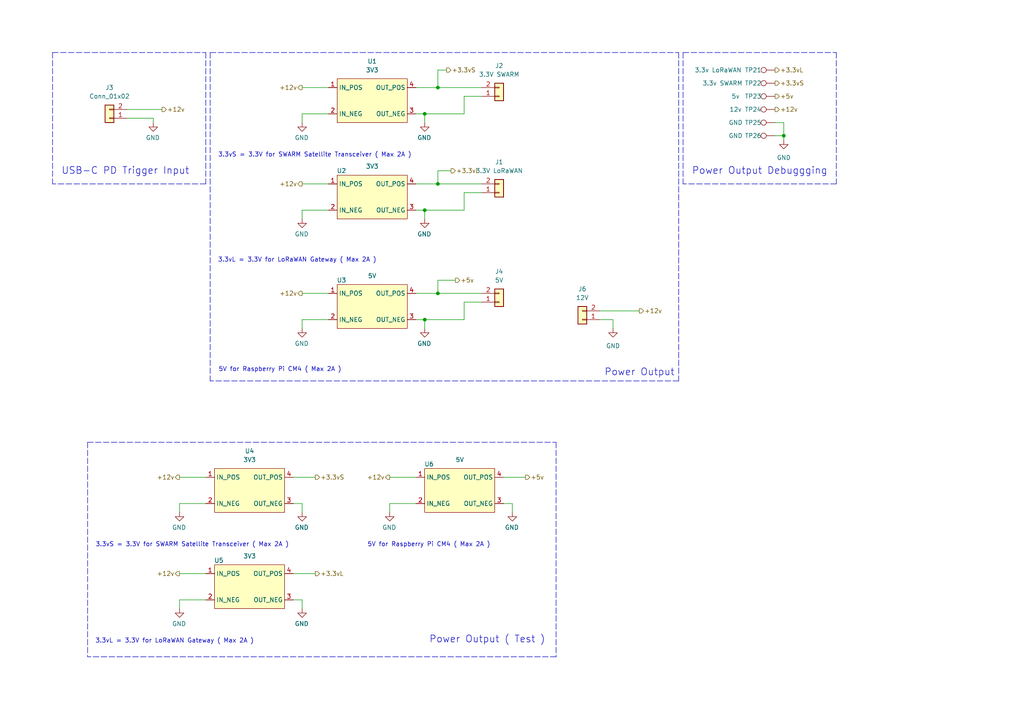
<source format=kicad_sch>
(kicad_sch (version 20211123) (generator eeschema)
  (paper "A4")
  (lib_symbols
    (symbol "Connector:TestPoint" (pin_numbers hide) (pin_names (offset 0.762) hide)
      (property "Reference" "TP" (at 0 6.858 0))
      (property "Value" "TestPoint" (at 0 5.08 0))
      (symbol "TestPoint_0_1"
        (circle (center 0 3.302) (radius 0.762))
      )
      (symbol "TestPoint_1_1"
        (pin passive line (at 0 0 90) (length 2.54) (name "1") (number "1"))
      )
    )
    (symbol "Connector_Generic:Conn_01x02" (pin_names (offset 1.016) hide)
      (property "Reference" "J" (at 0 2.54 0))
      (property "Value" "Conn_01x02" (at 0 -5.08 0))
      (symbol "Conn_01x02_1_1"
        (rectangle (start -1.27 -2.413) (end 0 -2.667) (stroke (width 0.1524)))
        (rectangle (start -1.27 0.127) (end 0 -0.127) (stroke (width 0.1524)))
        (rectangle (start -1.27 1.27) (end 1.27 -3.81) (stroke (width 0.254)) (fill (type background)))
        (pin passive line (at -5.08 0 0) (length 3.81) (name "Pin_1") (number "1"))
        (pin passive line (at -5.08 -2.54 0) (length 3.81) (name "Pin_2") (number "2"))
      )
    )
    (symbol "Teapot:BasicPowerModule"
      (property "Reference" "U" (at -8.255 6.985 0))
      (property "Value" "BasicPowerModule" (at 0 -10.16 0))
      (symbol "BasicPowerModule_0_1"
        (rectangle (start -10.16 5.08) (end 10.16 -7.62) (fill (type background)))
      )
      (symbol "BasicPowerModule_1_1"
        (pin power_in line (at -12.7 2.54 0) (length 2.54) (name "IN_POS") (number "1"))
        (pin power_in line (at -12.7 -5.08 0) (length 2.54) (name "IN_NEG") (number "2"))
        (pin power_out line (at 12.7 -5.08 180) (length 2.54) (name "OUT_NEG") (number "3"))
        (pin power_out line (at 12.7 2.54 180) (length 2.54) (name "OUT_POS") (number "4"))
      )
    )
    (symbol "power:GND" (power) (pin_names (offset 0))
      (property "Value" "GND" (at 0 -3.81 0))
      (symbol "GND_0_1"
        (polyline (pts (xy 0 0) (xy 0 -1.27) (xy 1.27 -1.27) (xy 0 -2.54) (xy -1.27 -1.27) (xy 0 -1.27)))
      )
      (symbol "GND_1_1"
        (pin power_in line (at 0 0 270) (length 0) hide (name "GND") (number "1"))
      )
    )
  )
  (junction (at 123.19 92.71))
  (junction (at 227.33 39.37))
  (junction (at 127 85.09))
  (junction (at 127 25.4))
  (junction (at 127 53.34))
  (junction (at 123.19 33.02))
  (junction (at 123.19 60.96))
  (wire (pts (xy 127 20.32) (xy 127 25.4)))
  (wire (pts (xy 95.25 33.02) (xy 87.63 33.02)))
  (wire (pts (xy 120.65 92.71) (xy 123.19 92.71)))
  (wire (pts (xy 36.83 31.75) (xy 46.99 31.75)))
  (wire (pts (xy 87.63 85.09) (xy 95.25 85.09)))
  (wire (pts (xy 146.05 146.05) (xy 148.59 146.05)))
  (polyline (pts (xy 161.29 190.5) (xy 161.29 190.5)))
  (wire (pts (xy 123.19 33.02) (xy 134.62 33.02)))
  (polyline (pts (xy 60.96 15.24) (xy 60.96 110.49)))
  (wire (pts (xy 44.45 34.29) (xy 36.83 34.29)))
  (wire (pts (xy 87.63 92.71) (xy 87.63 95.25)))
  (wire (pts (xy 127 85.09) (xy 139.7 85.09)))
  (wire (pts (xy 120.65 85.09) (xy 127 85.09)))
  (polyline (pts (xy 59.69 53.34) (xy 15.24 53.34)))
  (wire (pts (xy 134.62 33.02) (xy 134.62 27.94)))
  (wire (pts (xy 85.09 146.05) (xy 87.63 146.05)))
  (wire (pts (xy 134.62 60.96) (xy 134.62 55.88)))
  (wire (pts (xy 85.09 138.43) (xy 91.44 138.43)))
  (wire (pts (xy 120.65 33.02) (xy 123.19 33.02)))
  (polyline (pts (xy 59.69 15.24) (xy 59.69 53.34)))
  (polyline (pts (xy 60.96 15.24) (xy 196.85 15.24)))
  (wire (pts (xy 127 25.4) (xy 139.7 25.4)))
  (wire (pts (xy 120.65 60.96) (xy 123.19 60.96)))
  (wire (pts (xy 87.63 146.05) (xy 87.63 148.59)))
  (polyline (pts (xy 15.24 15.24) (xy 15.24 53.34)))
  (wire (pts (xy 227.33 39.37) (xy 227.33 40.64)))
  (wire (pts (xy 123.19 33.02) (xy 123.19 35.56)))
  (wire (pts (xy 127 49.53) (xy 127 53.34)))
  (polyline (pts (xy 15.24 15.24) (xy 59.69 15.24)))
  (wire (pts (xy 173.99 92.71) (xy 177.8 92.71)))
  (wire (pts (xy 123.19 92.71) (xy 134.62 92.71)))
  (wire (pts (xy 227.33 35.56) (xy 227.33 39.37)))
  (wire (pts (xy 120.65 146.05) (xy 113.03 146.05)))
  (wire (pts (xy 173.99 90.17) (xy 185.42 90.17)))
  (wire (pts (xy 134.62 87.63) (xy 139.7 87.63)))
  (polyline (pts (xy 242.57 15.24) (xy 242.57 53.34)))
  (polyline (pts (xy 198.12 15.24) (xy 198.12 53.34)))
  (wire (pts (xy 59.69 173.99) (xy 52.07 173.99)))
  (wire (pts (xy 87.63 25.4) (xy 95.25 25.4)))
  (wire (pts (xy 224.79 35.56) (xy 227.33 35.56)))
  (wire (pts (xy 52.07 166.37) (xy 59.69 166.37)))
  (wire (pts (xy 120.65 25.4) (xy 127 25.4)))
  (polyline (pts (xy 25.4 128.27) (xy 161.29 128.27)))
  (polyline (pts (xy 198.12 15.24) (xy 242.57 15.24)))
  (polyline (pts (xy 196.85 110.49) (xy 60.96 110.49)))
  (wire (pts (xy 148.59 146.05) (xy 148.59 148.59)))
  (wire (pts (xy 127 53.34) (xy 139.7 53.34)))
  (wire (pts (xy 146.05 138.43) (xy 152.4 138.43)))
  (polyline (pts (xy 161.29 190.5) (xy 25.4 190.5)))
  (polyline (pts (xy 161.29 128.27) (xy 161.29 190.5)))
  (wire (pts (xy 123.19 60.96) (xy 134.62 60.96)))
  (polyline (pts (xy 242.57 53.34) (xy 198.12 53.34)))
  (wire (pts (xy 52.07 138.43) (xy 59.69 138.43)))
  (wire (pts (xy 87.63 60.96) (xy 87.63 63.5)))
  (wire (pts (xy 87.63 173.99) (xy 87.63 176.53)))
  (wire (pts (xy 130.81 49.53) (xy 127 49.53)))
  (wire (pts (xy 87.63 33.02) (xy 87.63 35.56)))
  (wire (pts (xy 134.62 92.71) (xy 134.62 87.63)))
  (wire (pts (xy 95.25 60.96) (xy 87.63 60.96)))
  (wire (pts (xy 224.79 39.37) (xy 227.33 39.37)))
  (wire (pts (xy 44.45 35.56) (xy 44.45 34.29)))
  (wire (pts (xy 59.69 146.05) (xy 52.07 146.05)))
  (polyline (pts (xy 25.4 128.27) (xy 25.4 190.5)))
  (wire (pts (xy 113.03 138.43) (xy 120.65 138.43)))
  (wire (pts (xy 85.09 166.37) (xy 91.44 166.37)))
  (wire (pts (xy 134.62 55.88) (xy 139.7 55.88)))
  (wire (pts (xy 85.09 173.99) (xy 87.63 173.99)))
  (wire (pts (xy 177.8 92.71) (xy 177.8 95.25)))
  (wire (pts (xy 129.54 20.32) (xy 127 20.32)))
  (wire (pts (xy 127 81.28) (xy 127 85.09)))
  (wire (pts (xy 52.07 173.99) (xy 52.07 176.53)))
  (wire (pts (xy 120.65 53.34) (xy 127 53.34)))
  (wire (pts (xy 113.03 146.05) (xy 113.03 148.59)))
  (polyline (pts (xy 196.85 15.24) (xy 196.85 110.49)))
  (wire (pts (xy 52.07 146.05) (xy 52.07 148.59)))
  (wire (pts (xy 134.62 27.94) (xy 139.7 27.94)))
  (wire (pts (xy 132.08 81.28) (xy 127 81.28)))
  (wire (pts (xy 87.63 53.34) (xy 95.25 53.34)))
  (wire (pts (xy 123.19 60.96) (xy 123.19 63.5)))
  (wire (pts (xy 123.19 92.71) (xy 123.19 95.25)))
  (wire (pts (xy 95.25 92.71) (xy 87.63 92.71)))
  (text "3.3vS = 3.3V for SWARM Satellite Transceiver ( Max 2A )" (at 119.38 45.72 0) (effects (font (size 1.27 1.27)) (justify right bottom)))
  (text "3.3vL = 3.3V for LoRaWAN Gateway ( Max 2A )" (at 73.66 186.69 180) (effects (font (size 1.27 1.27)) (justify right bottom)))
  (text "5V for Raspberry Pi CM4 ( Max 2A )" (at 99.06 107.95 180) (effects (font (size 1.27 1.27)) (justify right bottom)))
  (text "5V for Raspberry Pi CM4 ( Max 2A )" (at 142.24 158.75 180) (effects (font (size 1.27 1.27)) (justify right bottom)))
  (text "Power Output ( Test )" (at 124.46 186.69 0) (effects (font (size 2.0066 2.0066)) (justify left bottom)))
  (text "3.3vL = 3.3V for LoRaWAN Gateway ( Max 2A )" (at 109.22 76.2 180) (effects (font (size 1.27 1.27)) (justify right bottom)))
  (text "USB-C PD Trigger Input" (at 17.78 50.8 0) (effects (font (size 2.0066 2.0066)) (justify left bottom)))
  (text "Power Output Debuggging" (at 200.66 50.8 0) (effects (font (size 2.0066 2.0066)) (justify left bottom)))
  (text "3.3vS = 3.3V for SWARM Satellite Transceiver ( Max 2A )" (at 83.82 158.75 0) (effects (font (size 1.27 1.27)) (justify right bottom)))
  (text "Power Output" (at 175.26 109.22 0) (effects (font (size 2.0066 2.0066)) (justify left bottom)))
  (hierarchical_label "+3.3vS" (shape output) (at 129.54 20.32 0))
  (hierarchical_label "+3.3vS" (shape output) (at 224.79 24.13 0))
  (hierarchical_label "+5v" (shape output) (at 132.08 81.28 0))
  (hierarchical_label "+5v" (shape output) (at 224.79 27.94 0))
  (hierarchical_label "+12v" (shape output) (at 87.63 25.4 180))
  (hierarchical_label "+12v" (shape output) (at 87.63 85.09 180))
  (hierarchical_label "+3.3vS" (shape output) (at 91.44 138.43 0))
  (hierarchical_label "+12v" (shape output) (at 46.99 31.75 0))
  (hierarchical_label "+12v" (shape output) (at 52.07 138.43 180))
  (hierarchical_label "+12v" (shape output) (at 87.63 53.34 180))
  (hierarchical_label "+12v" (shape output) (at 185.42 90.17 0))
  (hierarchical_label "+5v" (shape output) (at 152.4 138.43 0))
  (hierarchical_label "+3.3vL" (shape output) (at 224.79 20.32 0))
  (hierarchical_label "+3.3vL" (shape output) (at 130.81 49.53 0))
  (hierarchical_label "+12v" (shape output) (at 224.79 31.75 0))
  (hierarchical_label "+12v" (shape output) (at 52.07 166.37 180))
  (hierarchical_label "+12v" (shape output) (at 113.03 138.43 180))
  (hierarchical_label "+3.3vL" (shape output) (at 91.44 166.37 0))
  (symbol (lib_id "power:GND") (at 87.63 95.25 0) (mirror y) (unit 1)
    (property "Reference" "#PWR0105" (effects hide))
    (property "Value" "GND" (at 87.503 99.6442 0))
  )
  (symbol (lib_id "power:GND") (at 177.8 95.25 0) (unit 1)
    (property "Reference" "#PWR0138" (effects hide))
    (property "Value" "GND" (at 177.8 100.33 0))
  )
  (symbol (lib_id "Connector_Generic:Conn_01x02") (at 144.78 87.63 0) (mirror x) (unit 1)
    (property "Reference" "J4" (at 144.78 78.74 0))
    (property "Value" "5V" (at 144.78 81.28 0))
    (property "Footprint" "Connector_Wire:SolderWire-0.5sqmm_1x02_P4.8mm_D0.9mm_OD2.3mm" (effects hide))
  )
  (symbol (lib_id "Connector:TestPoint") (at 224.79 20.32 90) (unit 1)
    (property "Reference" "TP21" (at 218.44 20.32 90))
    (property "Value" "3.3v LoRaWAN" (at 208.28 20.32 90))
    (property "Footprint" "TestPoint:TestPoint_Pad_D1.0mm" (effects hide))
  )
  (symbol (lib_id "power:GND") (at 123.19 95.25 0) (mirror y) (unit 1)
    (property "Reference" "#PWR0103" (effects hide))
    (property "Value" "GND" (at 123.063 99.6442 0))
  )
  (symbol (lib_id "power:GND") (at 44.45 35.56 0) (mirror y) (unit 1)
    (property "Reference" "#PWR0106" (effects hide))
    (property "Value" "~" (at 44.323 39.9542 0))
  )
  (symbol (lib_id "power:GND") (at 87.63 63.5 0) (mirror y) (unit 1)
    (property "Reference" "#PWR0104" (effects hide))
    (property "Value" "GND" (at 87.503 67.8942 0))
  )
  (symbol (lib_id "power:GND") (at 87.63 35.56 0) (mirror y) (unit 1)
    (property "Reference" "#PWR0101" (effects hide))
    (property "Value" "GND" (at 87.503 39.9542 0))
  )
  (symbol (lib_id "Teapot:BasicPowerModule") (at 133.35 140.97 0) (unit 1)
    (property "Reference" "U6" (at 124.46 134.62 0))
    (property "Value" "5V" (at 133.35 133.35 0))
    (property "Footprint" "Teapot:MiniMP1584ENModule" (effects hide))
  )
  (symbol (lib_id "power:GND") (at 123.19 63.5 0) (mirror y) (unit 1)
    (property "Reference" "#PWR0102" (effects hide))
    (property "Value" "GND" (at 123.063 67.8942 0))
  )
  (symbol (lib_id "Teapot:BasicPowerModule") (at 107.95 27.94 0) (unit 1)
    (property "Reference" "U1" (at 107.95 17.78 0))
    (property "Value" "3V3" (at 107.95 20.32 0))
    (property "Footprint" "Teapot:LM2596Module" (effects hide))
  )
  (symbol (lib_id "power:GND") (at 52.07 176.53 0) (mirror y) (unit 1)
    (property "Reference" "#PWR0109" (effects hide))
    (property "Value" "GND" (at 51.943 180.9242 0))
  )
  (symbol (lib_id "power:GND") (at 87.63 176.53 0) (mirror y) (unit 1)
    (property "Reference" "#PWR0110" (effects hide))
    (property "Value" "GND" (at 87.503 180.9242 0))
  )
  (symbol (lib_id "Teapot:BasicPowerModule") (at 72.39 140.97 0) (unit 1)
    (property "Reference" "U4" (at 72.39 130.81 0))
    (property "Value" "3V3" (at 72.39 133.35 0))
    (property "Footprint" "Teapot:MiniMP1584ENModule" (effects hide))
  )
  (symbol (lib_id "power:GND") (at 52.07 148.59 0) (mirror y) (unit 1)
    (property "Reference" "#PWR0107" (effects hide))
    (property "Value" "GND" (at 51.943 152.9842 0))
  )
  (symbol (lib_id "Connector_Generic:Conn_01x02") (at 31.75 34.29 180) (unit 1)
    (property "Reference" "J3" (at 31.75 25.4 0))
    (property "Value" "Conn_01x02" (at 31.75 27.94 0))
    (property "Footprint" "Teapot:Makeit_USB_C_PD_Trigger" (effects hide))
  )
  (symbol (lib_id "Connector_Generic:Conn_01x02") (at 144.78 27.94 0) (mirror x) (unit 1)
    (property "Reference" "J2" (at 144.78 19.05 0))
    (property "Value" "3.3V SWARM" (at 144.78 21.59 0))
    (property "Footprint" "Connector_Wire:SolderWire-0.5sqmm_1x02_P4.8mm_D0.9mm_OD2.3mm" (effects hide))
  )
  (symbol (lib_id "Connector:TestPoint") (at 224.79 27.94 90) (unit 1)
    (property "Reference" "TP23" (at 218.44 27.94 90))
    (property "Value" "5v" (at 213.36 27.94 90))
    (property "Footprint" "TestPoint:TestPoint_Pad_D1.0mm" (effects hide))
  )
  (symbol (lib_id "power:GND") (at 148.59 148.59 0) (mirror y) (unit 1)
    (property "Reference" "#PWR0111" (effects hide))
    (property "Value" "GND" (at 148.463 152.9842 0))
  )
  (symbol (lib_id "Connector:TestPoint") (at 224.79 39.37 90) (unit 1)
    (property "Reference" "TP26" (at 218.44 39.37 90))
    (property "Value" "GND" (at 213.36 39.37 90))
    (property "Footprint" "TestPoint:TestPoint_Pad_D1.0mm" (effects hide))
  )
  (symbol (lib_id "Connector:TestPoint") (at 224.79 35.56 90) (unit 1)
    (property "Reference" "TP25" (at 218.44 35.56 90))
    (property "Value" "GND" (at 213.36 35.56 90))
    (property "Footprint" "TestPoint:TestPoint_Pad_D1.0mm" (effects hide))
  )
  (symbol (lib_id "Connector_Generic:Conn_01x02") (at 144.78 55.88 0) (mirror x) (unit 1)
    (property "Reference" "J1" (at 144.78 46.99 0))
    (property "Value" "3.3V LoRaWAN" (at 144.78 49.53 0))
    (property "Footprint" "Connector_Wire:SolderWire-0.5sqmm_1x02_P4.8mm_D0.9mm_OD2.3mm" (effects hide))
  )
  (symbol (lib_id "Connector:TestPoint") (at 224.79 24.13 90) (unit 1)
    (property "Reference" "TP22" (at 218.44 24.13 90))
    (property "Value" "3.3v SWARM" (at 209.55 24.13 90))
    (property "Footprint" "TestPoint:TestPoint_Pad_D1.0mm" (effects hide))
  )
  (symbol (lib_id "power:GND") (at 123.19 35.56 0) (mirror y) (unit 1)
    (property "Reference" "#PWR0137" (effects hide))
    (property "Value" "GND" (at 123.063 39.9542 0))
  )
  (symbol (lib_id "Teapot:BasicPowerModule") (at 107.95 55.88 0) (unit 1)
    (property "Reference" "U2" (at 99.06 49.53 0))
    (property "Value" "3V3" (at 107.95 48.26 0))
    (property "Footprint" "Teapot:LM2596Module" (effects hide))
  )
  (symbol (lib_id "power:GND") (at 227.33 40.64 0) (unit 1)
    (property "Reference" "#PWR0136" (effects hide))
    (property "Value" "GND" (at 227.33 45.72 0))
  )
  (symbol (lib_id "power:GND") (at 113.03 148.59 0) (mirror y) (unit 1)
    (property "Reference" "#PWR0112" (effects hide))
    (property "Value" "GND" (at 112.903 152.9842 0))
  )
  (symbol (lib_id "power:GND") (at 87.63 148.59 0) (mirror y) (unit 1)
    (property "Reference" "#PWR0108" (effects hide))
    (property "Value" "GND" (at 87.503 152.9842 0))
  )
  (symbol (lib_id "Teapot:BasicPowerModule") (at 107.95 87.63 0) (unit 1)
    (property "Reference" "U3" (at 99.06 81.28 0))
    (property "Value" "5V" (at 107.95 80.01 0))
    (property "Footprint" "Teapot:LM2596Module" (effects hide))
  )
  (symbol (lib_id "Connector_Generic:Conn_01x02") (at 168.91 92.71 180) (unit 1)
    (property "Reference" "J6" (at 168.91 83.82 0))
    (property "Value" "12V" (at 168.91 86.36 0))
    (property "Footprint" "Connector_Wire:SolderWire-0.5sqmm_1x02_P4.8mm_D0.9mm_OD2.3mm" (effects hide))
  )
  (symbol (lib_id "Teapot:BasicPowerModule") (at 72.39 168.91 0) (unit 1)
    (property "Reference" "U5" (at 63.5 162.56 0))
    (property "Value" "3V3" (at 72.39 161.29 0))
    (property "Footprint" "Teapot:MiniMP1584ENModule" (effects hide))
  )
  (symbol (lib_id "Connector:TestPoint") (at 224.79 31.75 90) (unit 1)
    (property "Reference" "TP24" (at 218.44 31.75 90))
    (property "Value" "12v" (at 213.36 31.75 90))
    (property "Footprint" "TestPoint:TestPoint_Pad_D1.0mm" (effects hide))
  )
)
</source>
